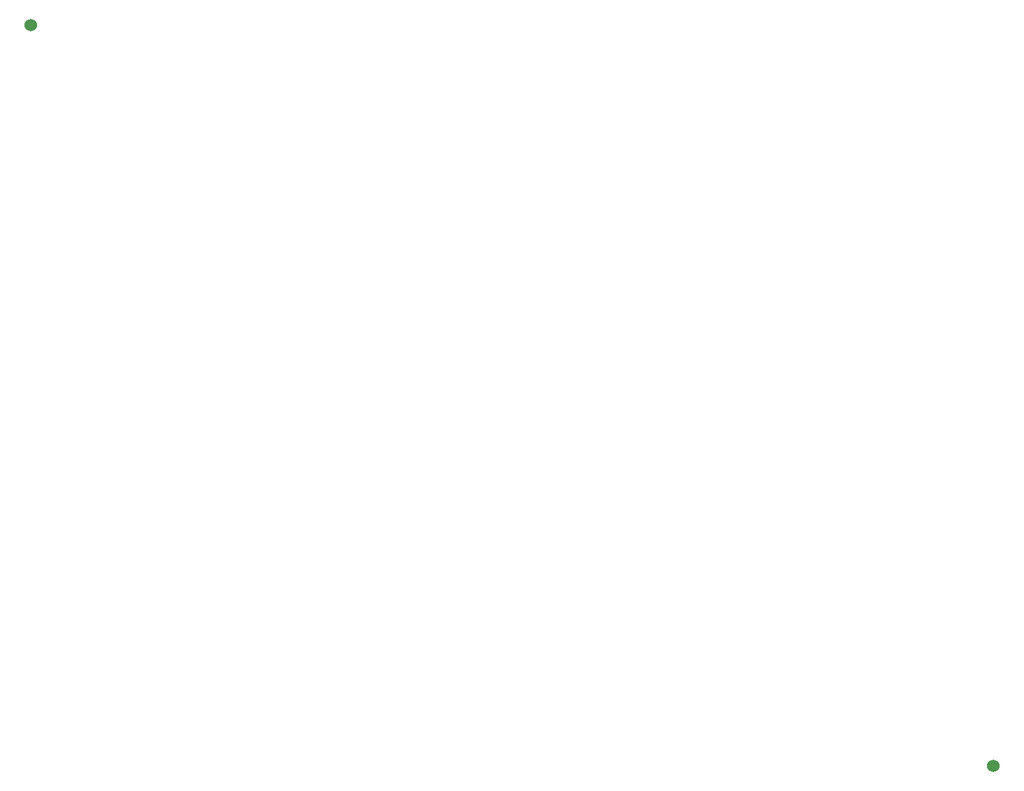
<source format=gbr>
%TF.GenerationSoftware,KiCad,Pcbnew,(6.0.2)*%
%TF.CreationDate,2023-04-19T16:32:00+03:00*%
%TF.ProjectId,Pond_circuit,506f6e64-5f63-4697-9263-7569742e6b69,rev?*%
%TF.SameCoordinates,Original*%
%TF.FileFunction,Paste,Bot*%
%TF.FilePolarity,Positive*%
%FSLAX46Y46*%
G04 Gerber Fmt 4.6, Leading zero omitted, Abs format (unit mm)*
G04 Created by KiCad (PCBNEW (6.0.2)) date 2023-04-19 16:32:00*
%MOMM*%
%LPD*%
G01*
G04 APERTURE LIST*
%ADD10C,1.524000*%
G04 APERTURE END LIST*
D10*
%TO.C,J5*%
X110794800Y-74320400D03*
%TD*%
%TO.C,J10*%
X227431600Y-164185600D03*
%TD*%
M02*

</source>
